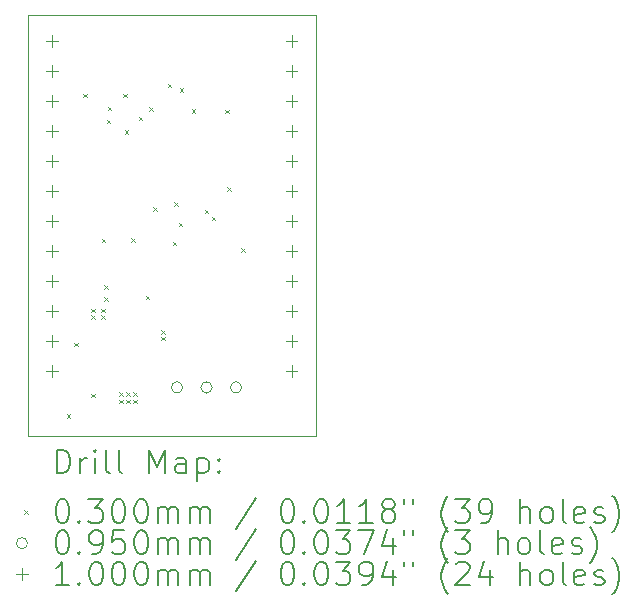
<source format=gbr>
%TF.GenerationSoftware,KiCad,Pcbnew,7.0.1*%
%TF.CreationDate,2023-04-11T16:46:36+02:00*%
%TF.ProjectId,AFE_03,4146455f-3033-42e6-9b69-6361645f7063,rev?*%
%TF.SameCoordinates,Original*%
%TF.FileFunction,Drillmap*%
%TF.FilePolarity,Positive*%
%FSLAX45Y45*%
G04 Gerber Fmt 4.5, Leading zero omitted, Abs format (unit mm)*
G04 Created by KiCad (PCBNEW 7.0.1) date 2023-04-11 16:46:36*
%MOMM*%
%LPD*%
G01*
G04 APERTURE LIST*
%ADD10C,0.100000*%
%ADD11C,0.200000*%
%ADD12C,0.030000*%
%ADD13C,0.095000*%
G04 APERTURE END LIST*
D10*
X8800000Y-3430000D02*
X11240000Y-3430000D01*
X11240000Y-6990000D01*
X8800000Y-6990000D01*
X8800000Y-3430000D01*
D11*
D12*
X9125000Y-6805000D02*
X9155000Y-6835000D01*
X9155000Y-6805000D02*
X9125000Y-6835000D01*
X9190000Y-6200000D02*
X9220000Y-6230000D01*
X9220000Y-6200000D02*
X9190000Y-6230000D01*
X9265000Y-4095000D02*
X9295000Y-4125000D01*
X9295000Y-4095000D02*
X9265000Y-4125000D01*
X9335000Y-5915000D02*
X9365000Y-5945000D01*
X9365000Y-5915000D02*
X9335000Y-5945000D01*
X9335000Y-5970000D02*
X9365000Y-6000000D01*
X9365000Y-5970000D02*
X9335000Y-6000000D01*
X9335000Y-6635000D02*
X9365000Y-6665000D01*
X9365000Y-6635000D02*
X9335000Y-6665000D01*
X9420000Y-5915000D02*
X9450000Y-5945000D01*
X9450000Y-5915000D02*
X9420000Y-5945000D01*
X9420000Y-5970000D02*
X9450000Y-6000000D01*
X9450000Y-5970000D02*
X9420000Y-6000000D01*
X9422500Y-5320000D02*
X9452500Y-5350000D01*
X9452500Y-5320000D02*
X9422500Y-5350000D01*
X9445000Y-5715000D02*
X9475000Y-5745000D01*
X9475000Y-5715000D02*
X9445000Y-5745000D01*
X9445000Y-5815000D02*
X9475000Y-5845000D01*
X9475000Y-5815000D02*
X9445000Y-5845000D01*
X9465000Y-4315000D02*
X9495000Y-4345000D01*
X9495000Y-4315000D02*
X9465000Y-4345000D01*
X9475000Y-4205000D02*
X9505000Y-4235000D01*
X9505000Y-4205000D02*
X9475000Y-4235000D01*
X9570000Y-6620000D02*
X9600000Y-6650000D01*
X9600000Y-6620000D02*
X9570000Y-6650000D01*
X9570000Y-6685000D02*
X9600000Y-6715000D01*
X9600000Y-6685000D02*
X9570000Y-6715000D01*
X9605000Y-4095000D02*
X9635000Y-4125000D01*
X9635000Y-4095000D02*
X9605000Y-4125000D01*
X9617500Y-4402500D02*
X9647500Y-4432500D01*
X9647500Y-4402500D02*
X9617500Y-4432500D01*
X9630000Y-6620000D02*
X9660000Y-6650000D01*
X9660000Y-6620000D02*
X9630000Y-6650000D01*
X9630000Y-6685000D02*
X9660000Y-6715000D01*
X9660000Y-6685000D02*
X9630000Y-6715000D01*
X9675000Y-5315000D02*
X9705000Y-5345000D01*
X9705000Y-5315000D02*
X9675000Y-5345000D01*
X9690000Y-6620000D02*
X9720000Y-6650000D01*
X9720000Y-6620000D02*
X9690000Y-6650000D01*
X9690000Y-6685000D02*
X9720000Y-6715000D01*
X9720000Y-6685000D02*
X9690000Y-6715000D01*
X9735000Y-4290000D02*
X9765000Y-4320000D01*
X9765000Y-4290000D02*
X9735000Y-4320000D01*
X9795000Y-5805000D02*
X9825000Y-5835000D01*
X9825000Y-5805000D02*
X9795000Y-5835000D01*
X9825000Y-4210000D02*
X9855000Y-4240000D01*
X9855000Y-4210000D02*
X9825000Y-4240000D01*
X9861000Y-5054000D02*
X9891000Y-5084000D01*
X9891000Y-5054000D02*
X9861000Y-5084000D01*
X9925000Y-6095000D02*
X9955000Y-6125000D01*
X9955000Y-6095000D02*
X9925000Y-6125000D01*
X9925000Y-6150000D02*
X9955000Y-6180000D01*
X9955000Y-6150000D02*
X9925000Y-6180000D01*
X9983000Y-4007000D02*
X10013000Y-4037000D01*
X10013000Y-4007000D02*
X9983000Y-4037000D01*
X10025000Y-5345000D02*
X10055000Y-5375000D01*
X10055000Y-5345000D02*
X10025000Y-5375000D01*
X10035000Y-5010000D02*
X10065000Y-5040000D01*
X10065000Y-5010000D02*
X10035000Y-5040000D01*
X10075500Y-5185000D02*
X10105500Y-5215000D01*
X10105500Y-5185000D02*
X10075500Y-5215000D01*
X10085000Y-4045000D02*
X10115000Y-4075000D01*
X10115000Y-4045000D02*
X10085000Y-4075000D01*
X10185000Y-4225000D02*
X10215000Y-4255000D01*
X10215000Y-4225000D02*
X10185000Y-4255000D01*
X10295500Y-5075000D02*
X10325500Y-5105000D01*
X10325500Y-5075000D02*
X10295500Y-5105000D01*
X10355000Y-5135000D02*
X10385000Y-5165000D01*
X10385000Y-5135000D02*
X10355000Y-5165000D01*
X10470235Y-4228083D02*
X10500235Y-4258083D01*
X10500235Y-4228083D02*
X10470235Y-4258083D01*
X10485000Y-4885000D02*
X10515000Y-4915000D01*
X10515000Y-4885000D02*
X10485000Y-4915000D01*
X10605000Y-5400000D02*
X10635000Y-5430000D01*
X10635000Y-5400000D02*
X10605000Y-5430000D01*
D13*
X10107500Y-6580000D02*
G75*
G03*
X10107500Y-6580000I-47500J0D01*
G01*
X10357500Y-6580000D02*
G75*
G03*
X10357500Y-6580000I-47500J0D01*
G01*
X10607500Y-6580000D02*
G75*
G03*
X10607500Y-6580000I-47500J0D01*
G01*
D10*
X9000000Y-3600000D02*
X9000000Y-3700000D01*
X8950000Y-3650000D02*
X9050000Y-3650000D01*
X9000000Y-3854000D02*
X9000000Y-3954000D01*
X8950000Y-3904000D02*
X9050000Y-3904000D01*
X9000000Y-4108000D02*
X9000000Y-4208000D01*
X8950000Y-4158000D02*
X9050000Y-4158000D01*
X9000000Y-4362000D02*
X9000000Y-4462000D01*
X8950000Y-4412000D02*
X9050000Y-4412000D01*
X9000000Y-4616000D02*
X9000000Y-4716000D01*
X8950000Y-4666000D02*
X9050000Y-4666000D01*
X9000000Y-4870000D02*
X9000000Y-4970000D01*
X8950000Y-4920000D02*
X9050000Y-4920000D01*
X9000000Y-5124000D02*
X9000000Y-5224000D01*
X8950000Y-5174000D02*
X9050000Y-5174000D01*
X9000000Y-5378000D02*
X9000000Y-5478000D01*
X8950000Y-5428000D02*
X9050000Y-5428000D01*
X9000000Y-5632000D02*
X9000000Y-5732000D01*
X8950000Y-5682000D02*
X9050000Y-5682000D01*
X9000000Y-5886000D02*
X9000000Y-5986000D01*
X8950000Y-5936000D02*
X9050000Y-5936000D01*
X9000000Y-6140000D02*
X9000000Y-6240000D01*
X8950000Y-6190000D02*
X9050000Y-6190000D01*
X9000000Y-6394000D02*
X9000000Y-6494000D01*
X8950000Y-6444000D02*
X9050000Y-6444000D01*
X11030000Y-3600000D02*
X11030000Y-3700000D01*
X10980000Y-3650000D02*
X11080000Y-3650000D01*
X11030000Y-3854000D02*
X11030000Y-3954000D01*
X10980000Y-3904000D02*
X11080000Y-3904000D01*
X11030000Y-4108000D02*
X11030000Y-4208000D01*
X10980000Y-4158000D02*
X11080000Y-4158000D01*
X11030000Y-4362000D02*
X11030000Y-4462000D01*
X10980000Y-4412000D02*
X11080000Y-4412000D01*
X11030000Y-4616000D02*
X11030000Y-4716000D01*
X10980000Y-4666000D02*
X11080000Y-4666000D01*
X11030000Y-4870000D02*
X11030000Y-4970000D01*
X10980000Y-4920000D02*
X11080000Y-4920000D01*
X11030000Y-5124000D02*
X11030000Y-5224000D01*
X10980000Y-5174000D02*
X11080000Y-5174000D01*
X11030000Y-5378000D02*
X11030000Y-5478000D01*
X10980000Y-5428000D02*
X11080000Y-5428000D01*
X11030000Y-5632000D02*
X11030000Y-5732000D01*
X10980000Y-5682000D02*
X11080000Y-5682000D01*
X11030000Y-5886000D02*
X11030000Y-5986000D01*
X10980000Y-5936000D02*
X11080000Y-5936000D01*
X11030000Y-6140000D02*
X11030000Y-6240000D01*
X10980000Y-6190000D02*
X11080000Y-6190000D01*
X11030000Y-6394000D02*
X11030000Y-6494000D01*
X10980000Y-6444000D02*
X11080000Y-6444000D01*
D11*
X9042619Y-7307524D02*
X9042619Y-7107524D01*
X9042619Y-7107524D02*
X9090238Y-7107524D01*
X9090238Y-7107524D02*
X9118810Y-7117048D01*
X9118810Y-7117048D02*
X9137857Y-7136095D01*
X9137857Y-7136095D02*
X9147381Y-7155143D01*
X9147381Y-7155143D02*
X9156905Y-7193238D01*
X9156905Y-7193238D02*
X9156905Y-7221809D01*
X9156905Y-7221809D02*
X9147381Y-7259905D01*
X9147381Y-7259905D02*
X9137857Y-7278952D01*
X9137857Y-7278952D02*
X9118810Y-7298000D01*
X9118810Y-7298000D02*
X9090238Y-7307524D01*
X9090238Y-7307524D02*
X9042619Y-7307524D01*
X9242619Y-7307524D02*
X9242619Y-7174190D01*
X9242619Y-7212286D02*
X9252143Y-7193238D01*
X9252143Y-7193238D02*
X9261667Y-7183714D01*
X9261667Y-7183714D02*
X9280714Y-7174190D01*
X9280714Y-7174190D02*
X9299762Y-7174190D01*
X9366429Y-7307524D02*
X9366429Y-7174190D01*
X9366429Y-7107524D02*
X9356905Y-7117048D01*
X9356905Y-7117048D02*
X9366429Y-7126571D01*
X9366429Y-7126571D02*
X9375952Y-7117048D01*
X9375952Y-7117048D02*
X9366429Y-7107524D01*
X9366429Y-7107524D02*
X9366429Y-7126571D01*
X9490238Y-7307524D02*
X9471190Y-7298000D01*
X9471190Y-7298000D02*
X9461667Y-7278952D01*
X9461667Y-7278952D02*
X9461667Y-7107524D01*
X9595000Y-7307524D02*
X9575952Y-7298000D01*
X9575952Y-7298000D02*
X9566429Y-7278952D01*
X9566429Y-7278952D02*
X9566429Y-7107524D01*
X9823571Y-7307524D02*
X9823571Y-7107524D01*
X9823571Y-7107524D02*
X9890238Y-7250381D01*
X9890238Y-7250381D02*
X9956905Y-7107524D01*
X9956905Y-7107524D02*
X9956905Y-7307524D01*
X10137857Y-7307524D02*
X10137857Y-7202762D01*
X10137857Y-7202762D02*
X10128333Y-7183714D01*
X10128333Y-7183714D02*
X10109286Y-7174190D01*
X10109286Y-7174190D02*
X10071190Y-7174190D01*
X10071190Y-7174190D02*
X10052143Y-7183714D01*
X10137857Y-7298000D02*
X10118810Y-7307524D01*
X10118810Y-7307524D02*
X10071190Y-7307524D01*
X10071190Y-7307524D02*
X10052143Y-7298000D01*
X10052143Y-7298000D02*
X10042619Y-7278952D01*
X10042619Y-7278952D02*
X10042619Y-7259905D01*
X10042619Y-7259905D02*
X10052143Y-7240857D01*
X10052143Y-7240857D02*
X10071190Y-7231333D01*
X10071190Y-7231333D02*
X10118810Y-7231333D01*
X10118810Y-7231333D02*
X10137857Y-7221809D01*
X10233095Y-7174190D02*
X10233095Y-7374190D01*
X10233095Y-7183714D02*
X10252143Y-7174190D01*
X10252143Y-7174190D02*
X10290238Y-7174190D01*
X10290238Y-7174190D02*
X10309286Y-7183714D01*
X10309286Y-7183714D02*
X10318810Y-7193238D01*
X10318810Y-7193238D02*
X10328333Y-7212286D01*
X10328333Y-7212286D02*
X10328333Y-7269428D01*
X10328333Y-7269428D02*
X10318810Y-7288476D01*
X10318810Y-7288476D02*
X10309286Y-7298000D01*
X10309286Y-7298000D02*
X10290238Y-7307524D01*
X10290238Y-7307524D02*
X10252143Y-7307524D01*
X10252143Y-7307524D02*
X10233095Y-7298000D01*
X10414048Y-7288476D02*
X10423571Y-7298000D01*
X10423571Y-7298000D02*
X10414048Y-7307524D01*
X10414048Y-7307524D02*
X10404524Y-7298000D01*
X10404524Y-7298000D02*
X10414048Y-7288476D01*
X10414048Y-7288476D02*
X10414048Y-7307524D01*
X10414048Y-7183714D02*
X10423571Y-7193238D01*
X10423571Y-7193238D02*
X10414048Y-7202762D01*
X10414048Y-7202762D02*
X10404524Y-7193238D01*
X10404524Y-7193238D02*
X10414048Y-7183714D01*
X10414048Y-7183714D02*
X10414048Y-7202762D01*
D12*
X8765000Y-7620000D02*
X8795000Y-7650000D01*
X8795000Y-7620000D02*
X8765000Y-7650000D01*
D11*
X9080714Y-7527524D02*
X9099762Y-7527524D01*
X9099762Y-7527524D02*
X9118810Y-7537048D01*
X9118810Y-7537048D02*
X9128333Y-7546571D01*
X9128333Y-7546571D02*
X9137857Y-7565619D01*
X9137857Y-7565619D02*
X9147381Y-7603714D01*
X9147381Y-7603714D02*
X9147381Y-7651333D01*
X9147381Y-7651333D02*
X9137857Y-7689428D01*
X9137857Y-7689428D02*
X9128333Y-7708476D01*
X9128333Y-7708476D02*
X9118810Y-7718000D01*
X9118810Y-7718000D02*
X9099762Y-7727524D01*
X9099762Y-7727524D02*
X9080714Y-7727524D01*
X9080714Y-7727524D02*
X9061667Y-7718000D01*
X9061667Y-7718000D02*
X9052143Y-7708476D01*
X9052143Y-7708476D02*
X9042619Y-7689428D01*
X9042619Y-7689428D02*
X9033095Y-7651333D01*
X9033095Y-7651333D02*
X9033095Y-7603714D01*
X9033095Y-7603714D02*
X9042619Y-7565619D01*
X9042619Y-7565619D02*
X9052143Y-7546571D01*
X9052143Y-7546571D02*
X9061667Y-7537048D01*
X9061667Y-7537048D02*
X9080714Y-7527524D01*
X9233095Y-7708476D02*
X9242619Y-7718000D01*
X9242619Y-7718000D02*
X9233095Y-7727524D01*
X9233095Y-7727524D02*
X9223571Y-7718000D01*
X9223571Y-7718000D02*
X9233095Y-7708476D01*
X9233095Y-7708476D02*
X9233095Y-7727524D01*
X9309286Y-7527524D02*
X9433095Y-7527524D01*
X9433095Y-7527524D02*
X9366429Y-7603714D01*
X9366429Y-7603714D02*
X9395000Y-7603714D01*
X9395000Y-7603714D02*
X9414048Y-7613238D01*
X9414048Y-7613238D02*
X9423571Y-7622762D01*
X9423571Y-7622762D02*
X9433095Y-7641809D01*
X9433095Y-7641809D02*
X9433095Y-7689428D01*
X9433095Y-7689428D02*
X9423571Y-7708476D01*
X9423571Y-7708476D02*
X9414048Y-7718000D01*
X9414048Y-7718000D02*
X9395000Y-7727524D01*
X9395000Y-7727524D02*
X9337857Y-7727524D01*
X9337857Y-7727524D02*
X9318810Y-7718000D01*
X9318810Y-7718000D02*
X9309286Y-7708476D01*
X9556905Y-7527524D02*
X9575952Y-7527524D01*
X9575952Y-7527524D02*
X9595000Y-7537048D01*
X9595000Y-7537048D02*
X9604524Y-7546571D01*
X9604524Y-7546571D02*
X9614048Y-7565619D01*
X9614048Y-7565619D02*
X9623571Y-7603714D01*
X9623571Y-7603714D02*
X9623571Y-7651333D01*
X9623571Y-7651333D02*
X9614048Y-7689428D01*
X9614048Y-7689428D02*
X9604524Y-7708476D01*
X9604524Y-7708476D02*
X9595000Y-7718000D01*
X9595000Y-7718000D02*
X9575952Y-7727524D01*
X9575952Y-7727524D02*
X9556905Y-7727524D01*
X9556905Y-7727524D02*
X9537857Y-7718000D01*
X9537857Y-7718000D02*
X9528333Y-7708476D01*
X9528333Y-7708476D02*
X9518810Y-7689428D01*
X9518810Y-7689428D02*
X9509286Y-7651333D01*
X9509286Y-7651333D02*
X9509286Y-7603714D01*
X9509286Y-7603714D02*
X9518810Y-7565619D01*
X9518810Y-7565619D02*
X9528333Y-7546571D01*
X9528333Y-7546571D02*
X9537857Y-7537048D01*
X9537857Y-7537048D02*
X9556905Y-7527524D01*
X9747381Y-7527524D02*
X9766429Y-7527524D01*
X9766429Y-7527524D02*
X9785476Y-7537048D01*
X9785476Y-7537048D02*
X9795000Y-7546571D01*
X9795000Y-7546571D02*
X9804524Y-7565619D01*
X9804524Y-7565619D02*
X9814048Y-7603714D01*
X9814048Y-7603714D02*
X9814048Y-7651333D01*
X9814048Y-7651333D02*
X9804524Y-7689428D01*
X9804524Y-7689428D02*
X9795000Y-7708476D01*
X9795000Y-7708476D02*
X9785476Y-7718000D01*
X9785476Y-7718000D02*
X9766429Y-7727524D01*
X9766429Y-7727524D02*
X9747381Y-7727524D01*
X9747381Y-7727524D02*
X9728333Y-7718000D01*
X9728333Y-7718000D02*
X9718810Y-7708476D01*
X9718810Y-7708476D02*
X9709286Y-7689428D01*
X9709286Y-7689428D02*
X9699762Y-7651333D01*
X9699762Y-7651333D02*
X9699762Y-7603714D01*
X9699762Y-7603714D02*
X9709286Y-7565619D01*
X9709286Y-7565619D02*
X9718810Y-7546571D01*
X9718810Y-7546571D02*
X9728333Y-7537048D01*
X9728333Y-7537048D02*
X9747381Y-7527524D01*
X9899762Y-7727524D02*
X9899762Y-7594190D01*
X9899762Y-7613238D02*
X9909286Y-7603714D01*
X9909286Y-7603714D02*
X9928333Y-7594190D01*
X9928333Y-7594190D02*
X9956905Y-7594190D01*
X9956905Y-7594190D02*
X9975952Y-7603714D01*
X9975952Y-7603714D02*
X9985476Y-7622762D01*
X9985476Y-7622762D02*
X9985476Y-7727524D01*
X9985476Y-7622762D02*
X9995000Y-7603714D01*
X9995000Y-7603714D02*
X10014048Y-7594190D01*
X10014048Y-7594190D02*
X10042619Y-7594190D01*
X10042619Y-7594190D02*
X10061667Y-7603714D01*
X10061667Y-7603714D02*
X10071191Y-7622762D01*
X10071191Y-7622762D02*
X10071191Y-7727524D01*
X10166429Y-7727524D02*
X10166429Y-7594190D01*
X10166429Y-7613238D02*
X10175952Y-7603714D01*
X10175952Y-7603714D02*
X10195000Y-7594190D01*
X10195000Y-7594190D02*
X10223572Y-7594190D01*
X10223572Y-7594190D02*
X10242619Y-7603714D01*
X10242619Y-7603714D02*
X10252143Y-7622762D01*
X10252143Y-7622762D02*
X10252143Y-7727524D01*
X10252143Y-7622762D02*
X10261667Y-7603714D01*
X10261667Y-7603714D02*
X10280714Y-7594190D01*
X10280714Y-7594190D02*
X10309286Y-7594190D01*
X10309286Y-7594190D02*
X10328333Y-7603714D01*
X10328333Y-7603714D02*
X10337857Y-7622762D01*
X10337857Y-7622762D02*
X10337857Y-7727524D01*
X10728333Y-7518000D02*
X10556905Y-7775143D01*
X10985476Y-7527524D02*
X11004524Y-7527524D01*
X11004524Y-7527524D02*
X11023572Y-7537048D01*
X11023572Y-7537048D02*
X11033095Y-7546571D01*
X11033095Y-7546571D02*
X11042619Y-7565619D01*
X11042619Y-7565619D02*
X11052143Y-7603714D01*
X11052143Y-7603714D02*
X11052143Y-7651333D01*
X11052143Y-7651333D02*
X11042619Y-7689428D01*
X11042619Y-7689428D02*
X11033095Y-7708476D01*
X11033095Y-7708476D02*
X11023572Y-7718000D01*
X11023572Y-7718000D02*
X11004524Y-7727524D01*
X11004524Y-7727524D02*
X10985476Y-7727524D01*
X10985476Y-7727524D02*
X10966429Y-7718000D01*
X10966429Y-7718000D02*
X10956905Y-7708476D01*
X10956905Y-7708476D02*
X10947381Y-7689428D01*
X10947381Y-7689428D02*
X10937857Y-7651333D01*
X10937857Y-7651333D02*
X10937857Y-7603714D01*
X10937857Y-7603714D02*
X10947381Y-7565619D01*
X10947381Y-7565619D02*
X10956905Y-7546571D01*
X10956905Y-7546571D02*
X10966429Y-7537048D01*
X10966429Y-7537048D02*
X10985476Y-7527524D01*
X11137857Y-7708476D02*
X11147381Y-7718000D01*
X11147381Y-7718000D02*
X11137857Y-7727524D01*
X11137857Y-7727524D02*
X11128334Y-7718000D01*
X11128334Y-7718000D02*
X11137857Y-7708476D01*
X11137857Y-7708476D02*
X11137857Y-7727524D01*
X11271191Y-7527524D02*
X11290238Y-7527524D01*
X11290238Y-7527524D02*
X11309286Y-7537048D01*
X11309286Y-7537048D02*
X11318810Y-7546571D01*
X11318810Y-7546571D02*
X11328333Y-7565619D01*
X11328333Y-7565619D02*
X11337857Y-7603714D01*
X11337857Y-7603714D02*
X11337857Y-7651333D01*
X11337857Y-7651333D02*
X11328333Y-7689428D01*
X11328333Y-7689428D02*
X11318810Y-7708476D01*
X11318810Y-7708476D02*
X11309286Y-7718000D01*
X11309286Y-7718000D02*
X11290238Y-7727524D01*
X11290238Y-7727524D02*
X11271191Y-7727524D01*
X11271191Y-7727524D02*
X11252143Y-7718000D01*
X11252143Y-7718000D02*
X11242619Y-7708476D01*
X11242619Y-7708476D02*
X11233095Y-7689428D01*
X11233095Y-7689428D02*
X11223572Y-7651333D01*
X11223572Y-7651333D02*
X11223572Y-7603714D01*
X11223572Y-7603714D02*
X11233095Y-7565619D01*
X11233095Y-7565619D02*
X11242619Y-7546571D01*
X11242619Y-7546571D02*
X11252143Y-7537048D01*
X11252143Y-7537048D02*
X11271191Y-7527524D01*
X11528333Y-7727524D02*
X11414048Y-7727524D01*
X11471191Y-7727524D02*
X11471191Y-7527524D01*
X11471191Y-7527524D02*
X11452143Y-7556095D01*
X11452143Y-7556095D02*
X11433095Y-7575143D01*
X11433095Y-7575143D02*
X11414048Y-7584667D01*
X11718810Y-7727524D02*
X11604524Y-7727524D01*
X11661667Y-7727524D02*
X11661667Y-7527524D01*
X11661667Y-7527524D02*
X11642619Y-7556095D01*
X11642619Y-7556095D02*
X11623572Y-7575143D01*
X11623572Y-7575143D02*
X11604524Y-7584667D01*
X11833095Y-7613238D02*
X11814048Y-7603714D01*
X11814048Y-7603714D02*
X11804524Y-7594190D01*
X11804524Y-7594190D02*
X11795000Y-7575143D01*
X11795000Y-7575143D02*
X11795000Y-7565619D01*
X11795000Y-7565619D02*
X11804524Y-7546571D01*
X11804524Y-7546571D02*
X11814048Y-7537048D01*
X11814048Y-7537048D02*
X11833095Y-7527524D01*
X11833095Y-7527524D02*
X11871191Y-7527524D01*
X11871191Y-7527524D02*
X11890238Y-7537048D01*
X11890238Y-7537048D02*
X11899762Y-7546571D01*
X11899762Y-7546571D02*
X11909286Y-7565619D01*
X11909286Y-7565619D02*
X11909286Y-7575143D01*
X11909286Y-7575143D02*
X11899762Y-7594190D01*
X11899762Y-7594190D02*
X11890238Y-7603714D01*
X11890238Y-7603714D02*
X11871191Y-7613238D01*
X11871191Y-7613238D02*
X11833095Y-7613238D01*
X11833095Y-7613238D02*
X11814048Y-7622762D01*
X11814048Y-7622762D02*
X11804524Y-7632286D01*
X11804524Y-7632286D02*
X11795000Y-7651333D01*
X11795000Y-7651333D02*
X11795000Y-7689428D01*
X11795000Y-7689428D02*
X11804524Y-7708476D01*
X11804524Y-7708476D02*
X11814048Y-7718000D01*
X11814048Y-7718000D02*
X11833095Y-7727524D01*
X11833095Y-7727524D02*
X11871191Y-7727524D01*
X11871191Y-7727524D02*
X11890238Y-7718000D01*
X11890238Y-7718000D02*
X11899762Y-7708476D01*
X11899762Y-7708476D02*
X11909286Y-7689428D01*
X11909286Y-7689428D02*
X11909286Y-7651333D01*
X11909286Y-7651333D02*
X11899762Y-7632286D01*
X11899762Y-7632286D02*
X11890238Y-7622762D01*
X11890238Y-7622762D02*
X11871191Y-7613238D01*
X11985476Y-7527524D02*
X11985476Y-7565619D01*
X12061667Y-7527524D02*
X12061667Y-7565619D01*
X12356905Y-7803714D02*
X12347381Y-7794190D01*
X12347381Y-7794190D02*
X12328334Y-7765619D01*
X12328334Y-7765619D02*
X12318810Y-7746571D01*
X12318810Y-7746571D02*
X12309286Y-7718000D01*
X12309286Y-7718000D02*
X12299762Y-7670381D01*
X12299762Y-7670381D02*
X12299762Y-7632286D01*
X12299762Y-7632286D02*
X12309286Y-7584667D01*
X12309286Y-7584667D02*
X12318810Y-7556095D01*
X12318810Y-7556095D02*
X12328334Y-7537048D01*
X12328334Y-7537048D02*
X12347381Y-7508476D01*
X12347381Y-7508476D02*
X12356905Y-7498952D01*
X12414048Y-7527524D02*
X12537857Y-7527524D01*
X12537857Y-7527524D02*
X12471191Y-7603714D01*
X12471191Y-7603714D02*
X12499762Y-7603714D01*
X12499762Y-7603714D02*
X12518810Y-7613238D01*
X12518810Y-7613238D02*
X12528334Y-7622762D01*
X12528334Y-7622762D02*
X12537857Y-7641809D01*
X12537857Y-7641809D02*
X12537857Y-7689428D01*
X12537857Y-7689428D02*
X12528334Y-7708476D01*
X12528334Y-7708476D02*
X12518810Y-7718000D01*
X12518810Y-7718000D02*
X12499762Y-7727524D01*
X12499762Y-7727524D02*
X12442619Y-7727524D01*
X12442619Y-7727524D02*
X12423572Y-7718000D01*
X12423572Y-7718000D02*
X12414048Y-7708476D01*
X12633095Y-7727524D02*
X12671191Y-7727524D01*
X12671191Y-7727524D02*
X12690238Y-7718000D01*
X12690238Y-7718000D02*
X12699762Y-7708476D01*
X12699762Y-7708476D02*
X12718810Y-7679905D01*
X12718810Y-7679905D02*
X12728334Y-7641809D01*
X12728334Y-7641809D02*
X12728334Y-7565619D01*
X12728334Y-7565619D02*
X12718810Y-7546571D01*
X12718810Y-7546571D02*
X12709286Y-7537048D01*
X12709286Y-7537048D02*
X12690238Y-7527524D01*
X12690238Y-7527524D02*
X12652143Y-7527524D01*
X12652143Y-7527524D02*
X12633095Y-7537048D01*
X12633095Y-7537048D02*
X12623572Y-7546571D01*
X12623572Y-7546571D02*
X12614048Y-7565619D01*
X12614048Y-7565619D02*
X12614048Y-7613238D01*
X12614048Y-7613238D02*
X12623572Y-7632286D01*
X12623572Y-7632286D02*
X12633095Y-7641809D01*
X12633095Y-7641809D02*
X12652143Y-7651333D01*
X12652143Y-7651333D02*
X12690238Y-7651333D01*
X12690238Y-7651333D02*
X12709286Y-7641809D01*
X12709286Y-7641809D02*
X12718810Y-7632286D01*
X12718810Y-7632286D02*
X12728334Y-7613238D01*
X12966429Y-7727524D02*
X12966429Y-7527524D01*
X13052143Y-7727524D02*
X13052143Y-7622762D01*
X13052143Y-7622762D02*
X13042619Y-7603714D01*
X13042619Y-7603714D02*
X13023572Y-7594190D01*
X13023572Y-7594190D02*
X12995000Y-7594190D01*
X12995000Y-7594190D02*
X12975953Y-7603714D01*
X12975953Y-7603714D02*
X12966429Y-7613238D01*
X13175953Y-7727524D02*
X13156905Y-7718000D01*
X13156905Y-7718000D02*
X13147381Y-7708476D01*
X13147381Y-7708476D02*
X13137857Y-7689428D01*
X13137857Y-7689428D02*
X13137857Y-7632286D01*
X13137857Y-7632286D02*
X13147381Y-7613238D01*
X13147381Y-7613238D02*
X13156905Y-7603714D01*
X13156905Y-7603714D02*
X13175953Y-7594190D01*
X13175953Y-7594190D02*
X13204524Y-7594190D01*
X13204524Y-7594190D02*
X13223572Y-7603714D01*
X13223572Y-7603714D02*
X13233096Y-7613238D01*
X13233096Y-7613238D02*
X13242619Y-7632286D01*
X13242619Y-7632286D02*
X13242619Y-7689428D01*
X13242619Y-7689428D02*
X13233096Y-7708476D01*
X13233096Y-7708476D02*
X13223572Y-7718000D01*
X13223572Y-7718000D02*
X13204524Y-7727524D01*
X13204524Y-7727524D02*
X13175953Y-7727524D01*
X13356905Y-7727524D02*
X13337857Y-7718000D01*
X13337857Y-7718000D02*
X13328334Y-7698952D01*
X13328334Y-7698952D02*
X13328334Y-7527524D01*
X13509286Y-7718000D02*
X13490238Y-7727524D01*
X13490238Y-7727524D02*
X13452143Y-7727524D01*
X13452143Y-7727524D02*
X13433096Y-7718000D01*
X13433096Y-7718000D02*
X13423572Y-7698952D01*
X13423572Y-7698952D02*
X13423572Y-7622762D01*
X13423572Y-7622762D02*
X13433096Y-7603714D01*
X13433096Y-7603714D02*
X13452143Y-7594190D01*
X13452143Y-7594190D02*
X13490238Y-7594190D01*
X13490238Y-7594190D02*
X13509286Y-7603714D01*
X13509286Y-7603714D02*
X13518810Y-7622762D01*
X13518810Y-7622762D02*
X13518810Y-7641809D01*
X13518810Y-7641809D02*
X13423572Y-7660857D01*
X13595000Y-7718000D02*
X13614048Y-7727524D01*
X13614048Y-7727524D02*
X13652143Y-7727524D01*
X13652143Y-7727524D02*
X13671191Y-7718000D01*
X13671191Y-7718000D02*
X13680715Y-7698952D01*
X13680715Y-7698952D02*
X13680715Y-7689428D01*
X13680715Y-7689428D02*
X13671191Y-7670381D01*
X13671191Y-7670381D02*
X13652143Y-7660857D01*
X13652143Y-7660857D02*
X13623572Y-7660857D01*
X13623572Y-7660857D02*
X13604524Y-7651333D01*
X13604524Y-7651333D02*
X13595000Y-7632286D01*
X13595000Y-7632286D02*
X13595000Y-7622762D01*
X13595000Y-7622762D02*
X13604524Y-7603714D01*
X13604524Y-7603714D02*
X13623572Y-7594190D01*
X13623572Y-7594190D02*
X13652143Y-7594190D01*
X13652143Y-7594190D02*
X13671191Y-7603714D01*
X13747381Y-7803714D02*
X13756905Y-7794190D01*
X13756905Y-7794190D02*
X13775953Y-7765619D01*
X13775953Y-7765619D02*
X13785477Y-7746571D01*
X13785477Y-7746571D02*
X13795000Y-7718000D01*
X13795000Y-7718000D02*
X13804524Y-7670381D01*
X13804524Y-7670381D02*
X13804524Y-7632286D01*
X13804524Y-7632286D02*
X13795000Y-7584667D01*
X13795000Y-7584667D02*
X13785477Y-7556095D01*
X13785477Y-7556095D02*
X13775953Y-7537048D01*
X13775953Y-7537048D02*
X13756905Y-7508476D01*
X13756905Y-7508476D02*
X13747381Y-7498952D01*
D13*
X8795000Y-7899000D02*
G75*
G03*
X8795000Y-7899000I-47500J0D01*
G01*
D11*
X9080714Y-7791524D02*
X9099762Y-7791524D01*
X9099762Y-7791524D02*
X9118810Y-7801048D01*
X9118810Y-7801048D02*
X9128333Y-7810571D01*
X9128333Y-7810571D02*
X9137857Y-7829619D01*
X9137857Y-7829619D02*
X9147381Y-7867714D01*
X9147381Y-7867714D02*
X9147381Y-7915333D01*
X9147381Y-7915333D02*
X9137857Y-7953428D01*
X9137857Y-7953428D02*
X9128333Y-7972476D01*
X9128333Y-7972476D02*
X9118810Y-7982000D01*
X9118810Y-7982000D02*
X9099762Y-7991524D01*
X9099762Y-7991524D02*
X9080714Y-7991524D01*
X9080714Y-7991524D02*
X9061667Y-7982000D01*
X9061667Y-7982000D02*
X9052143Y-7972476D01*
X9052143Y-7972476D02*
X9042619Y-7953428D01*
X9042619Y-7953428D02*
X9033095Y-7915333D01*
X9033095Y-7915333D02*
X9033095Y-7867714D01*
X9033095Y-7867714D02*
X9042619Y-7829619D01*
X9042619Y-7829619D02*
X9052143Y-7810571D01*
X9052143Y-7810571D02*
X9061667Y-7801048D01*
X9061667Y-7801048D02*
X9080714Y-7791524D01*
X9233095Y-7972476D02*
X9242619Y-7982000D01*
X9242619Y-7982000D02*
X9233095Y-7991524D01*
X9233095Y-7991524D02*
X9223571Y-7982000D01*
X9223571Y-7982000D02*
X9233095Y-7972476D01*
X9233095Y-7972476D02*
X9233095Y-7991524D01*
X9337857Y-7991524D02*
X9375952Y-7991524D01*
X9375952Y-7991524D02*
X9395000Y-7982000D01*
X9395000Y-7982000D02*
X9404524Y-7972476D01*
X9404524Y-7972476D02*
X9423571Y-7943905D01*
X9423571Y-7943905D02*
X9433095Y-7905809D01*
X9433095Y-7905809D02*
X9433095Y-7829619D01*
X9433095Y-7829619D02*
X9423571Y-7810571D01*
X9423571Y-7810571D02*
X9414048Y-7801048D01*
X9414048Y-7801048D02*
X9395000Y-7791524D01*
X9395000Y-7791524D02*
X9356905Y-7791524D01*
X9356905Y-7791524D02*
X9337857Y-7801048D01*
X9337857Y-7801048D02*
X9328333Y-7810571D01*
X9328333Y-7810571D02*
X9318810Y-7829619D01*
X9318810Y-7829619D02*
X9318810Y-7877238D01*
X9318810Y-7877238D02*
X9328333Y-7896286D01*
X9328333Y-7896286D02*
X9337857Y-7905809D01*
X9337857Y-7905809D02*
X9356905Y-7915333D01*
X9356905Y-7915333D02*
X9395000Y-7915333D01*
X9395000Y-7915333D02*
X9414048Y-7905809D01*
X9414048Y-7905809D02*
X9423571Y-7896286D01*
X9423571Y-7896286D02*
X9433095Y-7877238D01*
X9614048Y-7791524D02*
X9518810Y-7791524D01*
X9518810Y-7791524D02*
X9509286Y-7886762D01*
X9509286Y-7886762D02*
X9518810Y-7877238D01*
X9518810Y-7877238D02*
X9537857Y-7867714D01*
X9537857Y-7867714D02*
X9585476Y-7867714D01*
X9585476Y-7867714D02*
X9604524Y-7877238D01*
X9604524Y-7877238D02*
X9614048Y-7886762D01*
X9614048Y-7886762D02*
X9623571Y-7905809D01*
X9623571Y-7905809D02*
X9623571Y-7953428D01*
X9623571Y-7953428D02*
X9614048Y-7972476D01*
X9614048Y-7972476D02*
X9604524Y-7982000D01*
X9604524Y-7982000D02*
X9585476Y-7991524D01*
X9585476Y-7991524D02*
X9537857Y-7991524D01*
X9537857Y-7991524D02*
X9518810Y-7982000D01*
X9518810Y-7982000D02*
X9509286Y-7972476D01*
X9747381Y-7791524D02*
X9766429Y-7791524D01*
X9766429Y-7791524D02*
X9785476Y-7801048D01*
X9785476Y-7801048D02*
X9795000Y-7810571D01*
X9795000Y-7810571D02*
X9804524Y-7829619D01*
X9804524Y-7829619D02*
X9814048Y-7867714D01*
X9814048Y-7867714D02*
X9814048Y-7915333D01*
X9814048Y-7915333D02*
X9804524Y-7953428D01*
X9804524Y-7953428D02*
X9795000Y-7972476D01*
X9795000Y-7972476D02*
X9785476Y-7982000D01*
X9785476Y-7982000D02*
X9766429Y-7991524D01*
X9766429Y-7991524D02*
X9747381Y-7991524D01*
X9747381Y-7991524D02*
X9728333Y-7982000D01*
X9728333Y-7982000D02*
X9718810Y-7972476D01*
X9718810Y-7972476D02*
X9709286Y-7953428D01*
X9709286Y-7953428D02*
X9699762Y-7915333D01*
X9699762Y-7915333D02*
X9699762Y-7867714D01*
X9699762Y-7867714D02*
X9709286Y-7829619D01*
X9709286Y-7829619D02*
X9718810Y-7810571D01*
X9718810Y-7810571D02*
X9728333Y-7801048D01*
X9728333Y-7801048D02*
X9747381Y-7791524D01*
X9899762Y-7991524D02*
X9899762Y-7858190D01*
X9899762Y-7877238D02*
X9909286Y-7867714D01*
X9909286Y-7867714D02*
X9928333Y-7858190D01*
X9928333Y-7858190D02*
X9956905Y-7858190D01*
X9956905Y-7858190D02*
X9975952Y-7867714D01*
X9975952Y-7867714D02*
X9985476Y-7886762D01*
X9985476Y-7886762D02*
X9985476Y-7991524D01*
X9985476Y-7886762D02*
X9995000Y-7867714D01*
X9995000Y-7867714D02*
X10014048Y-7858190D01*
X10014048Y-7858190D02*
X10042619Y-7858190D01*
X10042619Y-7858190D02*
X10061667Y-7867714D01*
X10061667Y-7867714D02*
X10071191Y-7886762D01*
X10071191Y-7886762D02*
X10071191Y-7991524D01*
X10166429Y-7991524D02*
X10166429Y-7858190D01*
X10166429Y-7877238D02*
X10175952Y-7867714D01*
X10175952Y-7867714D02*
X10195000Y-7858190D01*
X10195000Y-7858190D02*
X10223572Y-7858190D01*
X10223572Y-7858190D02*
X10242619Y-7867714D01*
X10242619Y-7867714D02*
X10252143Y-7886762D01*
X10252143Y-7886762D02*
X10252143Y-7991524D01*
X10252143Y-7886762D02*
X10261667Y-7867714D01*
X10261667Y-7867714D02*
X10280714Y-7858190D01*
X10280714Y-7858190D02*
X10309286Y-7858190D01*
X10309286Y-7858190D02*
X10328333Y-7867714D01*
X10328333Y-7867714D02*
X10337857Y-7886762D01*
X10337857Y-7886762D02*
X10337857Y-7991524D01*
X10728333Y-7782000D02*
X10556905Y-8039143D01*
X10985476Y-7791524D02*
X11004524Y-7791524D01*
X11004524Y-7791524D02*
X11023572Y-7801048D01*
X11023572Y-7801048D02*
X11033095Y-7810571D01*
X11033095Y-7810571D02*
X11042619Y-7829619D01*
X11042619Y-7829619D02*
X11052143Y-7867714D01*
X11052143Y-7867714D02*
X11052143Y-7915333D01*
X11052143Y-7915333D02*
X11042619Y-7953428D01*
X11042619Y-7953428D02*
X11033095Y-7972476D01*
X11033095Y-7972476D02*
X11023572Y-7982000D01*
X11023572Y-7982000D02*
X11004524Y-7991524D01*
X11004524Y-7991524D02*
X10985476Y-7991524D01*
X10985476Y-7991524D02*
X10966429Y-7982000D01*
X10966429Y-7982000D02*
X10956905Y-7972476D01*
X10956905Y-7972476D02*
X10947381Y-7953428D01*
X10947381Y-7953428D02*
X10937857Y-7915333D01*
X10937857Y-7915333D02*
X10937857Y-7867714D01*
X10937857Y-7867714D02*
X10947381Y-7829619D01*
X10947381Y-7829619D02*
X10956905Y-7810571D01*
X10956905Y-7810571D02*
X10966429Y-7801048D01*
X10966429Y-7801048D02*
X10985476Y-7791524D01*
X11137857Y-7972476D02*
X11147381Y-7982000D01*
X11147381Y-7982000D02*
X11137857Y-7991524D01*
X11137857Y-7991524D02*
X11128334Y-7982000D01*
X11128334Y-7982000D02*
X11137857Y-7972476D01*
X11137857Y-7972476D02*
X11137857Y-7991524D01*
X11271191Y-7791524D02*
X11290238Y-7791524D01*
X11290238Y-7791524D02*
X11309286Y-7801048D01*
X11309286Y-7801048D02*
X11318810Y-7810571D01*
X11318810Y-7810571D02*
X11328333Y-7829619D01*
X11328333Y-7829619D02*
X11337857Y-7867714D01*
X11337857Y-7867714D02*
X11337857Y-7915333D01*
X11337857Y-7915333D02*
X11328333Y-7953428D01*
X11328333Y-7953428D02*
X11318810Y-7972476D01*
X11318810Y-7972476D02*
X11309286Y-7982000D01*
X11309286Y-7982000D02*
X11290238Y-7991524D01*
X11290238Y-7991524D02*
X11271191Y-7991524D01*
X11271191Y-7991524D02*
X11252143Y-7982000D01*
X11252143Y-7982000D02*
X11242619Y-7972476D01*
X11242619Y-7972476D02*
X11233095Y-7953428D01*
X11233095Y-7953428D02*
X11223572Y-7915333D01*
X11223572Y-7915333D02*
X11223572Y-7867714D01*
X11223572Y-7867714D02*
X11233095Y-7829619D01*
X11233095Y-7829619D02*
X11242619Y-7810571D01*
X11242619Y-7810571D02*
X11252143Y-7801048D01*
X11252143Y-7801048D02*
X11271191Y-7791524D01*
X11404524Y-7791524D02*
X11528333Y-7791524D01*
X11528333Y-7791524D02*
X11461667Y-7867714D01*
X11461667Y-7867714D02*
X11490238Y-7867714D01*
X11490238Y-7867714D02*
X11509286Y-7877238D01*
X11509286Y-7877238D02*
X11518810Y-7886762D01*
X11518810Y-7886762D02*
X11528333Y-7905809D01*
X11528333Y-7905809D02*
X11528333Y-7953428D01*
X11528333Y-7953428D02*
X11518810Y-7972476D01*
X11518810Y-7972476D02*
X11509286Y-7982000D01*
X11509286Y-7982000D02*
X11490238Y-7991524D01*
X11490238Y-7991524D02*
X11433095Y-7991524D01*
X11433095Y-7991524D02*
X11414048Y-7982000D01*
X11414048Y-7982000D02*
X11404524Y-7972476D01*
X11595000Y-7791524D02*
X11728333Y-7791524D01*
X11728333Y-7791524D02*
X11642619Y-7991524D01*
X11890238Y-7858190D02*
X11890238Y-7991524D01*
X11842619Y-7782000D02*
X11795000Y-7924857D01*
X11795000Y-7924857D02*
X11918810Y-7924857D01*
X11985476Y-7791524D02*
X11985476Y-7829619D01*
X12061667Y-7791524D02*
X12061667Y-7829619D01*
X12356905Y-8067714D02*
X12347381Y-8058190D01*
X12347381Y-8058190D02*
X12328334Y-8029619D01*
X12328334Y-8029619D02*
X12318810Y-8010571D01*
X12318810Y-8010571D02*
X12309286Y-7982000D01*
X12309286Y-7982000D02*
X12299762Y-7934381D01*
X12299762Y-7934381D02*
X12299762Y-7896286D01*
X12299762Y-7896286D02*
X12309286Y-7848667D01*
X12309286Y-7848667D02*
X12318810Y-7820095D01*
X12318810Y-7820095D02*
X12328334Y-7801048D01*
X12328334Y-7801048D02*
X12347381Y-7772476D01*
X12347381Y-7772476D02*
X12356905Y-7762952D01*
X12414048Y-7791524D02*
X12537857Y-7791524D01*
X12537857Y-7791524D02*
X12471191Y-7867714D01*
X12471191Y-7867714D02*
X12499762Y-7867714D01*
X12499762Y-7867714D02*
X12518810Y-7877238D01*
X12518810Y-7877238D02*
X12528334Y-7886762D01*
X12528334Y-7886762D02*
X12537857Y-7905809D01*
X12537857Y-7905809D02*
X12537857Y-7953428D01*
X12537857Y-7953428D02*
X12528334Y-7972476D01*
X12528334Y-7972476D02*
X12518810Y-7982000D01*
X12518810Y-7982000D02*
X12499762Y-7991524D01*
X12499762Y-7991524D02*
X12442619Y-7991524D01*
X12442619Y-7991524D02*
X12423572Y-7982000D01*
X12423572Y-7982000D02*
X12414048Y-7972476D01*
X12775953Y-7991524D02*
X12775953Y-7791524D01*
X12861667Y-7991524D02*
X12861667Y-7886762D01*
X12861667Y-7886762D02*
X12852143Y-7867714D01*
X12852143Y-7867714D02*
X12833096Y-7858190D01*
X12833096Y-7858190D02*
X12804524Y-7858190D01*
X12804524Y-7858190D02*
X12785476Y-7867714D01*
X12785476Y-7867714D02*
X12775953Y-7877238D01*
X12985476Y-7991524D02*
X12966429Y-7982000D01*
X12966429Y-7982000D02*
X12956905Y-7972476D01*
X12956905Y-7972476D02*
X12947381Y-7953428D01*
X12947381Y-7953428D02*
X12947381Y-7896286D01*
X12947381Y-7896286D02*
X12956905Y-7877238D01*
X12956905Y-7877238D02*
X12966429Y-7867714D01*
X12966429Y-7867714D02*
X12985476Y-7858190D01*
X12985476Y-7858190D02*
X13014048Y-7858190D01*
X13014048Y-7858190D02*
X13033096Y-7867714D01*
X13033096Y-7867714D02*
X13042619Y-7877238D01*
X13042619Y-7877238D02*
X13052143Y-7896286D01*
X13052143Y-7896286D02*
X13052143Y-7953428D01*
X13052143Y-7953428D02*
X13042619Y-7972476D01*
X13042619Y-7972476D02*
X13033096Y-7982000D01*
X13033096Y-7982000D02*
X13014048Y-7991524D01*
X13014048Y-7991524D02*
X12985476Y-7991524D01*
X13166429Y-7991524D02*
X13147381Y-7982000D01*
X13147381Y-7982000D02*
X13137857Y-7962952D01*
X13137857Y-7962952D02*
X13137857Y-7791524D01*
X13318810Y-7982000D02*
X13299762Y-7991524D01*
X13299762Y-7991524D02*
X13261667Y-7991524D01*
X13261667Y-7991524D02*
X13242619Y-7982000D01*
X13242619Y-7982000D02*
X13233096Y-7962952D01*
X13233096Y-7962952D02*
X13233096Y-7886762D01*
X13233096Y-7886762D02*
X13242619Y-7867714D01*
X13242619Y-7867714D02*
X13261667Y-7858190D01*
X13261667Y-7858190D02*
X13299762Y-7858190D01*
X13299762Y-7858190D02*
X13318810Y-7867714D01*
X13318810Y-7867714D02*
X13328334Y-7886762D01*
X13328334Y-7886762D02*
X13328334Y-7905809D01*
X13328334Y-7905809D02*
X13233096Y-7924857D01*
X13404524Y-7982000D02*
X13423572Y-7991524D01*
X13423572Y-7991524D02*
X13461667Y-7991524D01*
X13461667Y-7991524D02*
X13480715Y-7982000D01*
X13480715Y-7982000D02*
X13490238Y-7962952D01*
X13490238Y-7962952D02*
X13490238Y-7953428D01*
X13490238Y-7953428D02*
X13480715Y-7934381D01*
X13480715Y-7934381D02*
X13461667Y-7924857D01*
X13461667Y-7924857D02*
X13433096Y-7924857D01*
X13433096Y-7924857D02*
X13414048Y-7915333D01*
X13414048Y-7915333D02*
X13404524Y-7896286D01*
X13404524Y-7896286D02*
X13404524Y-7886762D01*
X13404524Y-7886762D02*
X13414048Y-7867714D01*
X13414048Y-7867714D02*
X13433096Y-7858190D01*
X13433096Y-7858190D02*
X13461667Y-7858190D01*
X13461667Y-7858190D02*
X13480715Y-7867714D01*
X13556905Y-8067714D02*
X13566429Y-8058190D01*
X13566429Y-8058190D02*
X13585477Y-8029619D01*
X13585477Y-8029619D02*
X13595000Y-8010571D01*
X13595000Y-8010571D02*
X13604524Y-7982000D01*
X13604524Y-7982000D02*
X13614048Y-7934381D01*
X13614048Y-7934381D02*
X13614048Y-7896286D01*
X13614048Y-7896286D02*
X13604524Y-7848667D01*
X13604524Y-7848667D02*
X13595000Y-7820095D01*
X13595000Y-7820095D02*
X13585477Y-7801048D01*
X13585477Y-7801048D02*
X13566429Y-7772476D01*
X13566429Y-7772476D02*
X13556905Y-7762952D01*
D10*
X8745000Y-8113000D02*
X8745000Y-8213000D01*
X8695000Y-8163000D02*
X8795000Y-8163000D01*
D11*
X9147381Y-8255524D02*
X9033095Y-8255524D01*
X9090238Y-8255524D02*
X9090238Y-8055524D01*
X9090238Y-8055524D02*
X9071190Y-8084095D01*
X9071190Y-8084095D02*
X9052143Y-8103143D01*
X9052143Y-8103143D02*
X9033095Y-8112667D01*
X9233095Y-8236476D02*
X9242619Y-8246000D01*
X9242619Y-8246000D02*
X9233095Y-8255524D01*
X9233095Y-8255524D02*
X9223571Y-8246000D01*
X9223571Y-8246000D02*
X9233095Y-8236476D01*
X9233095Y-8236476D02*
X9233095Y-8255524D01*
X9366429Y-8055524D02*
X9385476Y-8055524D01*
X9385476Y-8055524D02*
X9404524Y-8065048D01*
X9404524Y-8065048D02*
X9414048Y-8074571D01*
X9414048Y-8074571D02*
X9423571Y-8093619D01*
X9423571Y-8093619D02*
X9433095Y-8131714D01*
X9433095Y-8131714D02*
X9433095Y-8179333D01*
X9433095Y-8179333D02*
X9423571Y-8217428D01*
X9423571Y-8217428D02*
X9414048Y-8236476D01*
X9414048Y-8236476D02*
X9404524Y-8246000D01*
X9404524Y-8246000D02*
X9385476Y-8255524D01*
X9385476Y-8255524D02*
X9366429Y-8255524D01*
X9366429Y-8255524D02*
X9347381Y-8246000D01*
X9347381Y-8246000D02*
X9337857Y-8236476D01*
X9337857Y-8236476D02*
X9328333Y-8217428D01*
X9328333Y-8217428D02*
X9318810Y-8179333D01*
X9318810Y-8179333D02*
X9318810Y-8131714D01*
X9318810Y-8131714D02*
X9328333Y-8093619D01*
X9328333Y-8093619D02*
X9337857Y-8074571D01*
X9337857Y-8074571D02*
X9347381Y-8065048D01*
X9347381Y-8065048D02*
X9366429Y-8055524D01*
X9556905Y-8055524D02*
X9575952Y-8055524D01*
X9575952Y-8055524D02*
X9595000Y-8065048D01*
X9595000Y-8065048D02*
X9604524Y-8074571D01*
X9604524Y-8074571D02*
X9614048Y-8093619D01*
X9614048Y-8093619D02*
X9623571Y-8131714D01*
X9623571Y-8131714D02*
X9623571Y-8179333D01*
X9623571Y-8179333D02*
X9614048Y-8217428D01*
X9614048Y-8217428D02*
X9604524Y-8236476D01*
X9604524Y-8236476D02*
X9595000Y-8246000D01*
X9595000Y-8246000D02*
X9575952Y-8255524D01*
X9575952Y-8255524D02*
X9556905Y-8255524D01*
X9556905Y-8255524D02*
X9537857Y-8246000D01*
X9537857Y-8246000D02*
X9528333Y-8236476D01*
X9528333Y-8236476D02*
X9518810Y-8217428D01*
X9518810Y-8217428D02*
X9509286Y-8179333D01*
X9509286Y-8179333D02*
X9509286Y-8131714D01*
X9509286Y-8131714D02*
X9518810Y-8093619D01*
X9518810Y-8093619D02*
X9528333Y-8074571D01*
X9528333Y-8074571D02*
X9537857Y-8065048D01*
X9537857Y-8065048D02*
X9556905Y-8055524D01*
X9747381Y-8055524D02*
X9766429Y-8055524D01*
X9766429Y-8055524D02*
X9785476Y-8065048D01*
X9785476Y-8065048D02*
X9795000Y-8074571D01*
X9795000Y-8074571D02*
X9804524Y-8093619D01*
X9804524Y-8093619D02*
X9814048Y-8131714D01*
X9814048Y-8131714D02*
X9814048Y-8179333D01*
X9814048Y-8179333D02*
X9804524Y-8217428D01*
X9804524Y-8217428D02*
X9795000Y-8236476D01*
X9795000Y-8236476D02*
X9785476Y-8246000D01*
X9785476Y-8246000D02*
X9766429Y-8255524D01*
X9766429Y-8255524D02*
X9747381Y-8255524D01*
X9747381Y-8255524D02*
X9728333Y-8246000D01*
X9728333Y-8246000D02*
X9718810Y-8236476D01*
X9718810Y-8236476D02*
X9709286Y-8217428D01*
X9709286Y-8217428D02*
X9699762Y-8179333D01*
X9699762Y-8179333D02*
X9699762Y-8131714D01*
X9699762Y-8131714D02*
X9709286Y-8093619D01*
X9709286Y-8093619D02*
X9718810Y-8074571D01*
X9718810Y-8074571D02*
X9728333Y-8065048D01*
X9728333Y-8065048D02*
X9747381Y-8055524D01*
X9899762Y-8255524D02*
X9899762Y-8122190D01*
X9899762Y-8141238D02*
X9909286Y-8131714D01*
X9909286Y-8131714D02*
X9928333Y-8122190D01*
X9928333Y-8122190D02*
X9956905Y-8122190D01*
X9956905Y-8122190D02*
X9975952Y-8131714D01*
X9975952Y-8131714D02*
X9985476Y-8150762D01*
X9985476Y-8150762D02*
X9985476Y-8255524D01*
X9985476Y-8150762D02*
X9995000Y-8131714D01*
X9995000Y-8131714D02*
X10014048Y-8122190D01*
X10014048Y-8122190D02*
X10042619Y-8122190D01*
X10042619Y-8122190D02*
X10061667Y-8131714D01*
X10061667Y-8131714D02*
X10071191Y-8150762D01*
X10071191Y-8150762D02*
X10071191Y-8255524D01*
X10166429Y-8255524D02*
X10166429Y-8122190D01*
X10166429Y-8141238D02*
X10175952Y-8131714D01*
X10175952Y-8131714D02*
X10195000Y-8122190D01*
X10195000Y-8122190D02*
X10223572Y-8122190D01*
X10223572Y-8122190D02*
X10242619Y-8131714D01*
X10242619Y-8131714D02*
X10252143Y-8150762D01*
X10252143Y-8150762D02*
X10252143Y-8255524D01*
X10252143Y-8150762D02*
X10261667Y-8131714D01*
X10261667Y-8131714D02*
X10280714Y-8122190D01*
X10280714Y-8122190D02*
X10309286Y-8122190D01*
X10309286Y-8122190D02*
X10328333Y-8131714D01*
X10328333Y-8131714D02*
X10337857Y-8150762D01*
X10337857Y-8150762D02*
X10337857Y-8255524D01*
X10728333Y-8046000D02*
X10556905Y-8303143D01*
X10985476Y-8055524D02*
X11004524Y-8055524D01*
X11004524Y-8055524D02*
X11023572Y-8065048D01*
X11023572Y-8065048D02*
X11033095Y-8074571D01*
X11033095Y-8074571D02*
X11042619Y-8093619D01*
X11042619Y-8093619D02*
X11052143Y-8131714D01*
X11052143Y-8131714D02*
X11052143Y-8179333D01*
X11052143Y-8179333D02*
X11042619Y-8217428D01*
X11042619Y-8217428D02*
X11033095Y-8236476D01*
X11033095Y-8236476D02*
X11023572Y-8246000D01*
X11023572Y-8246000D02*
X11004524Y-8255524D01*
X11004524Y-8255524D02*
X10985476Y-8255524D01*
X10985476Y-8255524D02*
X10966429Y-8246000D01*
X10966429Y-8246000D02*
X10956905Y-8236476D01*
X10956905Y-8236476D02*
X10947381Y-8217428D01*
X10947381Y-8217428D02*
X10937857Y-8179333D01*
X10937857Y-8179333D02*
X10937857Y-8131714D01*
X10937857Y-8131714D02*
X10947381Y-8093619D01*
X10947381Y-8093619D02*
X10956905Y-8074571D01*
X10956905Y-8074571D02*
X10966429Y-8065048D01*
X10966429Y-8065048D02*
X10985476Y-8055524D01*
X11137857Y-8236476D02*
X11147381Y-8246000D01*
X11147381Y-8246000D02*
X11137857Y-8255524D01*
X11137857Y-8255524D02*
X11128334Y-8246000D01*
X11128334Y-8246000D02*
X11137857Y-8236476D01*
X11137857Y-8236476D02*
X11137857Y-8255524D01*
X11271191Y-8055524D02*
X11290238Y-8055524D01*
X11290238Y-8055524D02*
X11309286Y-8065048D01*
X11309286Y-8065048D02*
X11318810Y-8074571D01*
X11318810Y-8074571D02*
X11328333Y-8093619D01*
X11328333Y-8093619D02*
X11337857Y-8131714D01*
X11337857Y-8131714D02*
X11337857Y-8179333D01*
X11337857Y-8179333D02*
X11328333Y-8217428D01*
X11328333Y-8217428D02*
X11318810Y-8236476D01*
X11318810Y-8236476D02*
X11309286Y-8246000D01*
X11309286Y-8246000D02*
X11290238Y-8255524D01*
X11290238Y-8255524D02*
X11271191Y-8255524D01*
X11271191Y-8255524D02*
X11252143Y-8246000D01*
X11252143Y-8246000D02*
X11242619Y-8236476D01*
X11242619Y-8236476D02*
X11233095Y-8217428D01*
X11233095Y-8217428D02*
X11223572Y-8179333D01*
X11223572Y-8179333D02*
X11223572Y-8131714D01*
X11223572Y-8131714D02*
X11233095Y-8093619D01*
X11233095Y-8093619D02*
X11242619Y-8074571D01*
X11242619Y-8074571D02*
X11252143Y-8065048D01*
X11252143Y-8065048D02*
X11271191Y-8055524D01*
X11404524Y-8055524D02*
X11528333Y-8055524D01*
X11528333Y-8055524D02*
X11461667Y-8131714D01*
X11461667Y-8131714D02*
X11490238Y-8131714D01*
X11490238Y-8131714D02*
X11509286Y-8141238D01*
X11509286Y-8141238D02*
X11518810Y-8150762D01*
X11518810Y-8150762D02*
X11528333Y-8169809D01*
X11528333Y-8169809D02*
X11528333Y-8217428D01*
X11528333Y-8217428D02*
X11518810Y-8236476D01*
X11518810Y-8236476D02*
X11509286Y-8246000D01*
X11509286Y-8246000D02*
X11490238Y-8255524D01*
X11490238Y-8255524D02*
X11433095Y-8255524D01*
X11433095Y-8255524D02*
X11414048Y-8246000D01*
X11414048Y-8246000D02*
X11404524Y-8236476D01*
X11623572Y-8255524D02*
X11661667Y-8255524D01*
X11661667Y-8255524D02*
X11680714Y-8246000D01*
X11680714Y-8246000D02*
X11690238Y-8236476D01*
X11690238Y-8236476D02*
X11709286Y-8207905D01*
X11709286Y-8207905D02*
X11718810Y-8169809D01*
X11718810Y-8169809D02*
X11718810Y-8093619D01*
X11718810Y-8093619D02*
X11709286Y-8074571D01*
X11709286Y-8074571D02*
X11699762Y-8065048D01*
X11699762Y-8065048D02*
X11680714Y-8055524D01*
X11680714Y-8055524D02*
X11642619Y-8055524D01*
X11642619Y-8055524D02*
X11623572Y-8065048D01*
X11623572Y-8065048D02*
X11614048Y-8074571D01*
X11614048Y-8074571D02*
X11604524Y-8093619D01*
X11604524Y-8093619D02*
X11604524Y-8141238D01*
X11604524Y-8141238D02*
X11614048Y-8160286D01*
X11614048Y-8160286D02*
X11623572Y-8169809D01*
X11623572Y-8169809D02*
X11642619Y-8179333D01*
X11642619Y-8179333D02*
X11680714Y-8179333D01*
X11680714Y-8179333D02*
X11699762Y-8169809D01*
X11699762Y-8169809D02*
X11709286Y-8160286D01*
X11709286Y-8160286D02*
X11718810Y-8141238D01*
X11890238Y-8122190D02*
X11890238Y-8255524D01*
X11842619Y-8046000D02*
X11795000Y-8188857D01*
X11795000Y-8188857D02*
X11918810Y-8188857D01*
X11985476Y-8055524D02*
X11985476Y-8093619D01*
X12061667Y-8055524D02*
X12061667Y-8093619D01*
X12356905Y-8331714D02*
X12347381Y-8322190D01*
X12347381Y-8322190D02*
X12328334Y-8293619D01*
X12328334Y-8293619D02*
X12318810Y-8274571D01*
X12318810Y-8274571D02*
X12309286Y-8246000D01*
X12309286Y-8246000D02*
X12299762Y-8198381D01*
X12299762Y-8198381D02*
X12299762Y-8160286D01*
X12299762Y-8160286D02*
X12309286Y-8112667D01*
X12309286Y-8112667D02*
X12318810Y-8084095D01*
X12318810Y-8084095D02*
X12328334Y-8065048D01*
X12328334Y-8065048D02*
X12347381Y-8036476D01*
X12347381Y-8036476D02*
X12356905Y-8026952D01*
X12423572Y-8074571D02*
X12433095Y-8065048D01*
X12433095Y-8065048D02*
X12452143Y-8055524D01*
X12452143Y-8055524D02*
X12499762Y-8055524D01*
X12499762Y-8055524D02*
X12518810Y-8065048D01*
X12518810Y-8065048D02*
X12528334Y-8074571D01*
X12528334Y-8074571D02*
X12537857Y-8093619D01*
X12537857Y-8093619D02*
X12537857Y-8112667D01*
X12537857Y-8112667D02*
X12528334Y-8141238D01*
X12528334Y-8141238D02*
X12414048Y-8255524D01*
X12414048Y-8255524D02*
X12537857Y-8255524D01*
X12709286Y-8122190D02*
X12709286Y-8255524D01*
X12661667Y-8046000D02*
X12614048Y-8188857D01*
X12614048Y-8188857D02*
X12737857Y-8188857D01*
X12966429Y-8255524D02*
X12966429Y-8055524D01*
X13052143Y-8255524D02*
X13052143Y-8150762D01*
X13052143Y-8150762D02*
X13042619Y-8131714D01*
X13042619Y-8131714D02*
X13023572Y-8122190D01*
X13023572Y-8122190D02*
X12995000Y-8122190D01*
X12995000Y-8122190D02*
X12975953Y-8131714D01*
X12975953Y-8131714D02*
X12966429Y-8141238D01*
X13175953Y-8255524D02*
X13156905Y-8246000D01*
X13156905Y-8246000D02*
X13147381Y-8236476D01*
X13147381Y-8236476D02*
X13137857Y-8217428D01*
X13137857Y-8217428D02*
X13137857Y-8160286D01*
X13137857Y-8160286D02*
X13147381Y-8141238D01*
X13147381Y-8141238D02*
X13156905Y-8131714D01*
X13156905Y-8131714D02*
X13175953Y-8122190D01*
X13175953Y-8122190D02*
X13204524Y-8122190D01*
X13204524Y-8122190D02*
X13223572Y-8131714D01*
X13223572Y-8131714D02*
X13233096Y-8141238D01*
X13233096Y-8141238D02*
X13242619Y-8160286D01*
X13242619Y-8160286D02*
X13242619Y-8217428D01*
X13242619Y-8217428D02*
X13233096Y-8236476D01*
X13233096Y-8236476D02*
X13223572Y-8246000D01*
X13223572Y-8246000D02*
X13204524Y-8255524D01*
X13204524Y-8255524D02*
X13175953Y-8255524D01*
X13356905Y-8255524D02*
X13337857Y-8246000D01*
X13337857Y-8246000D02*
X13328334Y-8226952D01*
X13328334Y-8226952D02*
X13328334Y-8055524D01*
X13509286Y-8246000D02*
X13490238Y-8255524D01*
X13490238Y-8255524D02*
X13452143Y-8255524D01*
X13452143Y-8255524D02*
X13433096Y-8246000D01*
X13433096Y-8246000D02*
X13423572Y-8226952D01*
X13423572Y-8226952D02*
X13423572Y-8150762D01*
X13423572Y-8150762D02*
X13433096Y-8131714D01*
X13433096Y-8131714D02*
X13452143Y-8122190D01*
X13452143Y-8122190D02*
X13490238Y-8122190D01*
X13490238Y-8122190D02*
X13509286Y-8131714D01*
X13509286Y-8131714D02*
X13518810Y-8150762D01*
X13518810Y-8150762D02*
X13518810Y-8169809D01*
X13518810Y-8169809D02*
X13423572Y-8188857D01*
X13595000Y-8246000D02*
X13614048Y-8255524D01*
X13614048Y-8255524D02*
X13652143Y-8255524D01*
X13652143Y-8255524D02*
X13671191Y-8246000D01*
X13671191Y-8246000D02*
X13680715Y-8226952D01*
X13680715Y-8226952D02*
X13680715Y-8217428D01*
X13680715Y-8217428D02*
X13671191Y-8198381D01*
X13671191Y-8198381D02*
X13652143Y-8188857D01*
X13652143Y-8188857D02*
X13623572Y-8188857D01*
X13623572Y-8188857D02*
X13604524Y-8179333D01*
X13604524Y-8179333D02*
X13595000Y-8160286D01*
X13595000Y-8160286D02*
X13595000Y-8150762D01*
X13595000Y-8150762D02*
X13604524Y-8131714D01*
X13604524Y-8131714D02*
X13623572Y-8122190D01*
X13623572Y-8122190D02*
X13652143Y-8122190D01*
X13652143Y-8122190D02*
X13671191Y-8131714D01*
X13747381Y-8331714D02*
X13756905Y-8322190D01*
X13756905Y-8322190D02*
X13775953Y-8293619D01*
X13775953Y-8293619D02*
X13785477Y-8274571D01*
X13785477Y-8274571D02*
X13795000Y-8246000D01*
X13795000Y-8246000D02*
X13804524Y-8198381D01*
X13804524Y-8198381D02*
X13804524Y-8160286D01*
X13804524Y-8160286D02*
X13795000Y-8112667D01*
X13795000Y-8112667D02*
X13785477Y-8084095D01*
X13785477Y-8084095D02*
X13775953Y-8065048D01*
X13775953Y-8065048D02*
X13756905Y-8036476D01*
X13756905Y-8036476D02*
X13747381Y-8026952D01*
M02*

</source>
